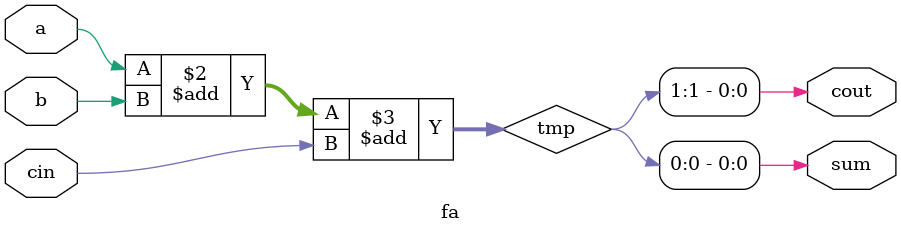
<source format=sv>
module fa(input bit a,b, cin,  output bit sum, cout);

bit [1:0] tmp;
always_comb begin
    tmp = a+b+cin;
    cout=tmp[1];
    sum=tmp[0];
end
endmodule
</source>
